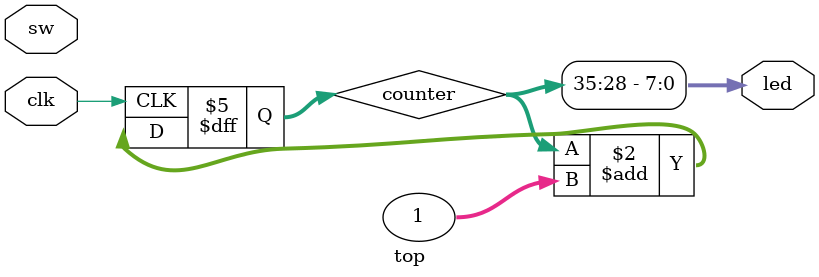
<source format=v>
module top (
    input  wire clk,

    input  wire [7:0] sw,
    output wire [7:0] led
);

    localparam BITS = 8;
    localparam LOG2DELAY = 28;

    reg [BITS+LOG2DELAY-1:0] counter = 0;

    always @(posedge clk) begin
    	counter <= counter + 1;
    end

    assign led = counter >> LOG2DELAY;
endmodule

</source>
